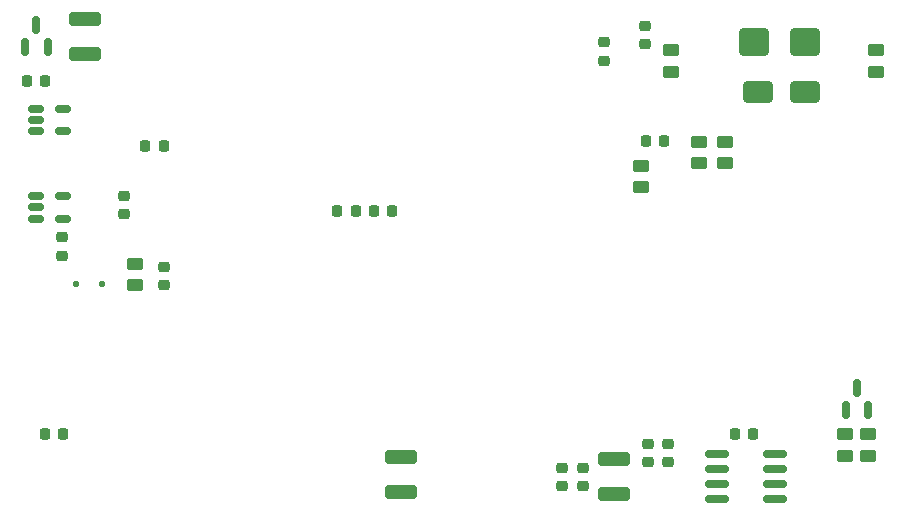
<source format=gbr>
%TF.GenerationSoftware,KiCad,Pcbnew,8.0.2-8.0.2-0~ubuntu22.04.1*%
%TF.CreationDate,2024-05-11T00:12:29+03:00*%
%TF.ProjectId,outdoor-module,6f757464-6f6f-4722-9d6d-6f64756c652e,rev?*%
%TF.SameCoordinates,Original*%
%TF.FileFunction,Paste,Bot*%
%TF.FilePolarity,Positive*%
%FSLAX46Y46*%
G04 Gerber Fmt 4.6, Leading zero omitted, Abs format (unit mm)*
G04 Created by KiCad (PCBNEW 8.0.2-8.0.2-0~ubuntu22.04.1) date 2024-05-11 00:12:29*
%MOMM*%
%LPD*%
G01*
G04 APERTURE LIST*
G04 Aperture macros list*
%AMRoundRect*
0 Rectangle with rounded corners*
0 $1 Rounding radius*
0 $2 $3 $4 $5 $6 $7 $8 $9 X,Y pos of 4 corners*
0 Add a 4 corners polygon primitive as box body*
4,1,4,$2,$3,$4,$5,$6,$7,$8,$9,$2,$3,0*
0 Add four circle primitives for the rounded corners*
1,1,$1+$1,$2,$3*
1,1,$1+$1,$4,$5*
1,1,$1+$1,$6,$7*
1,1,$1+$1,$8,$9*
0 Add four rect primitives between the rounded corners*
20,1,$1+$1,$2,$3,$4,$5,0*
20,1,$1+$1,$4,$5,$6,$7,0*
20,1,$1+$1,$6,$7,$8,$9,0*
20,1,$1+$1,$8,$9,$2,$3,0*%
G04 Aperture macros list end*
%ADD10RoundRect,0.225000X0.250000X-0.225000X0.250000X0.225000X-0.250000X0.225000X-0.250000X-0.225000X0*%
%ADD11RoundRect,0.250000X0.450000X-0.262500X0.450000X0.262500X-0.450000X0.262500X-0.450000X-0.262500X0*%
%ADD12RoundRect,0.250000X-1.100000X0.325000X-1.100000X-0.325000X1.100000X-0.325000X1.100000X0.325000X0*%
%ADD13RoundRect,0.225000X0.225000X0.250000X-0.225000X0.250000X-0.225000X-0.250000X0.225000X-0.250000X0*%
%ADD14RoundRect,0.250000X-0.450000X0.262500X-0.450000X-0.262500X0.450000X-0.262500X0.450000X0.262500X0*%
%ADD15RoundRect,0.250000X-1.000000X-0.650000X1.000000X-0.650000X1.000000X0.650000X-1.000000X0.650000X0*%
%ADD16RoundRect,0.250000X-1.000000X-0.900000X1.000000X-0.900000X1.000000X0.900000X-1.000000X0.900000X0*%
%ADD17RoundRect,0.150000X0.825000X0.150000X-0.825000X0.150000X-0.825000X-0.150000X0.825000X-0.150000X0*%
%ADD18RoundRect,0.150000X0.150000X-0.587500X0.150000X0.587500X-0.150000X0.587500X-0.150000X-0.587500X0*%
%ADD19RoundRect,0.225000X-0.225000X-0.250000X0.225000X-0.250000X0.225000X0.250000X-0.225000X0.250000X0*%
%ADD20RoundRect,0.225000X-0.250000X0.225000X-0.250000X-0.225000X0.250000X-0.225000X0.250000X0.225000X0*%
%ADD21RoundRect,0.150000X-0.512500X-0.150000X0.512500X-0.150000X0.512500X0.150000X-0.512500X0.150000X0*%
%ADD22RoundRect,0.125000X0.125000X0.125000X-0.125000X0.125000X-0.125000X-0.125000X0.125000X-0.125000X0*%
G04 APERTURE END LIST*
D10*
%TO.C,C11*%
X111025000Y-80375001D03*
X111025000Y-78825001D03*
%TD*%
D11*
%TO.C,R23*%
X73020000Y-63412500D03*
X73020000Y-61587500D03*
%TD*%
D12*
%TO.C,C13*%
X68800000Y-40825000D03*
X68800000Y-43775000D03*
%TD*%
D13*
%TO.C,C18*%
X65475000Y-46100000D03*
X63925000Y-46100000D03*
%TD*%
D14*
%TO.C,R14*%
X123000415Y-51256892D03*
X123000415Y-53081892D03*
%TD*%
D13*
%TO.C,C45*%
X125375000Y-76000000D03*
X123825000Y-76000000D03*
%TD*%
D14*
%TO.C,R7*%
X118400000Y-43487500D03*
X118400000Y-45312500D03*
%TD*%
D15*
%TO.C,D6*%
X125800000Y-47000000D03*
X129800000Y-47000000D03*
%TD*%
D16*
%TO.C,D7*%
X125450000Y-42800000D03*
X129750000Y-42800000D03*
%TD*%
D14*
%TO.C,R13*%
X120800415Y-51256892D03*
X120800415Y-53081892D03*
%TD*%
D17*
%TO.C,U12*%
X127275000Y-77695000D03*
X127275000Y-78965000D03*
X127275000Y-80235000D03*
X127275000Y-81505000D03*
X122325000Y-81505000D03*
X122325000Y-80235000D03*
X122325000Y-78965000D03*
X122325000Y-77695000D03*
%TD*%
D18*
%TO.C,U4*%
X65650000Y-43237500D03*
X63750000Y-43237500D03*
X64700000Y-41362500D03*
%TD*%
D12*
%TO.C,C44*%
X95600000Y-77925000D03*
X95600000Y-80875000D03*
%TD*%
D19*
%TO.C,C5*%
X90175000Y-57100000D03*
X91725000Y-57100000D03*
%TD*%
%TO.C,C42*%
X73925000Y-51600000D03*
X75475000Y-51600000D03*
%TD*%
D20*
%TO.C,C41*%
X116500000Y-76825000D03*
X116500000Y-78375000D03*
%TD*%
D21*
%TO.C,U10*%
X64662500Y-50350000D03*
X64662500Y-49400000D03*
X64662500Y-48450000D03*
X66937500Y-48450000D03*
X66937500Y-50350000D03*
%TD*%
D13*
%TO.C,C9*%
X66975000Y-76000000D03*
X65425000Y-76000000D03*
%TD*%
D20*
%TO.C,C28*%
X66900000Y-59325000D03*
X66900000Y-60875000D03*
%TD*%
%TO.C,C29*%
X72100000Y-55825000D03*
X72100000Y-57375000D03*
%TD*%
D11*
%TO.C,R12*%
X115900415Y-55081892D03*
X115900415Y-53256892D03*
%TD*%
D20*
%TO.C,C10*%
X109200000Y-78825000D03*
X109200000Y-80375000D03*
%TD*%
D12*
%TO.C,C8*%
X113600000Y-78125000D03*
X113600000Y-81075000D03*
%TD*%
D18*
%TO.C,Q7*%
X135150000Y-73937500D03*
X133250000Y-73937500D03*
X134200000Y-72062500D03*
%TD*%
D20*
%TO.C,C38*%
X118200000Y-76825000D03*
X118200000Y-78375000D03*
%TD*%
D21*
%TO.C,U9*%
X64662500Y-57750000D03*
X64662500Y-56800000D03*
X64662500Y-55850000D03*
X66937500Y-55850000D03*
X66937500Y-57750000D03*
%TD*%
D13*
%TO.C,C6*%
X94825000Y-57100000D03*
X93275000Y-57100000D03*
%TD*%
D20*
%TO.C,C12*%
X116200000Y-41425000D03*
X116200000Y-42975000D03*
%TD*%
D14*
%TO.C,R17*%
X135150000Y-76025000D03*
X135150000Y-77850000D03*
%TD*%
%TO.C,R18*%
X133150000Y-76025000D03*
X133150000Y-77850000D03*
%TD*%
D10*
%TO.C,C31*%
X75500000Y-63375000D03*
X75500000Y-61825000D03*
%TD*%
D14*
%TO.C,R20*%
X135800000Y-43487500D03*
X135800000Y-45312500D03*
%TD*%
D13*
%TO.C,C22*%
X117875415Y-51169392D03*
X116325415Y-51169392D03*
%TD*%
D20*
%TO.C,C36*%
X112800000Y-42825000D03*
X112800000Y-44375000D03*
%TD*%
D22*
%TO.C,D4*%
X70300000Y-63300000D03*
X68100000Y-63300000D03*
%TD*%
M02*

</source>
